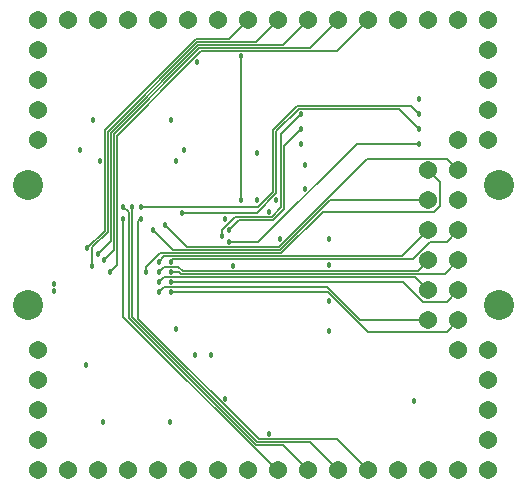
<source format=gbl>
%TF.GenerationSoftware,KiCad,Pcbnew,5.1.6-c6e7f7d~87~ubuntu18.04.1*%
%TF.CreationDate,2020-07-28T21:03:19-04:00*%
%TF.ProjectId,ta-expt,74612d65-7870-4742-9e6b-696361645f70,rev?*%
%TF.SameCoordinates,Original*%
%TF.FileFunction,Copper,L4,Bot*%
%TF.FilePolarity,Positive*%
%FSLAX46Y46*%
G04 Gerber Fmt 4.6, Leading zero omitted, Abs format (unit mm)*
G04 Created by KiCad (PCBNEW 5.1.6-c6e7f7d~87~ubuntu18.04.1) date 2020-07-28 21:03:19*
%MOMM*%
%LPD*%
G01*
G04 APERTURE LIST*
%TA.AperFunction,ComponentPad*%
%ADD10C,1.540000*%
%TD*%
%TA.AperFunction,ComponentPad*%
%ADD11C,2.540000*%
%TD*%
%TA.AperFunction,ViaPad*%
%ADD12C,0.457200*%
%TD*%
%TA.AperFunction,Conductor*%
%ADD13C,0.127000*%
%TD*%
G04 APERTURE END LIST*
D10*
%TO.P,J6,5*%
%TO.N,Net-(J6-Pad5)*%
X174050000Y-124510000D03*
%TO.P,J6,4*%
%TO.N,Net-(J6-Pad4)*%
X174050000Y-121970000D03*
%TO.P,J6,3*%
%TO.N,GND*%
X174050000Y-119430000D03*
%TO.P,J6,2*%
%TO.N,Net-(J6-Pad2)*%
X174050000Y-116890000D03*
%TO.P,J6,1*%
%TO.N,Net-(J6-Pad1)*%
X171510000Y-116890000D03*
%TD*%
%TO.P,J5,5*%
%TO.N,Net-(J5-Pad5)*%
X174050000Y-91490000D03*
%TO.P,J5,4*%
%TO.N,Net-(J5-Pad4)*%
X174050000Y-94030000D03*
%TO.P,J5,3*%
%TO.N,Net-(J5-Pad3)*%
X174050000Y-96570000D03*
%TO.P,J5,2*%
%TO.N,Net-(J5-Pad2)*%
X174050000Y-99110000D03*
%TO.P,J5,1*%
%TO.N,Net-(J5-Pad1)*%
X171510000Y-99110000D03*
%TD*%
%TO.P,J3,4*%
%TO.N,Net-(J3-Pad4)*%
X135950000Y-91490000D03*
%TO.P,J3,3*%
%TO.N,Net-(J3-Pad3)*%
X135950000Y-94030000D03*
%TO.P,J3,2*%
%TO.N,GND*%
X135950000Y-96570000D03*
%TO.P,J3,1*%
%TO.N,Net-(J3-Pad1)*%
X135950000Y-99110000D03*
%TD*%
%TO.P,J4,4*%
%TO.N,/SWCLK*%
X135950000Y-124510000D03*
%TO.P,J4,3*%
%TO.N,/SWDIO*%
X135950000Y-121970000D03*
%TO.P,J4,2*%
%TO.N,GND*%
X135950000Y-119430000D03*
%TO.P,J4,1*%
%TO.N,VDD*%
X135950000Y-116890000D03*
%TD*%
%TO.P,J1,16*%
%TO.N,Net-(J1-Pad16)*%
X174050000Y-88950000D03*
%TO.P,J1,15*%
%TO.N,Net-(J1-Pad15)*%
X171510000Y-88950000D03*
%TO.P,J1,14*%
%TO.N,Net-(J1-Pad14)*%
X168970000Y-88950000D03*
%TO.P,J1,13*%
%TO.N,Net-(J1-Pad13)*%
X166430000Y-88950000D03*
%TO.P,J1,12*%
%TO.N,/USART1_RTS*%
X163890000Y-88950000D03*
%TO.P,J1,11*%
%TO.N,/USART1_RX*%
X161350000Y-88950000D03*
%TO.P,J1,10*%
%TO.N,/USART1_TX*%
X158810000Y-88950000D03*
%TO.P,J1,9*%
%TO.N,/USART1_CTS*%
X156270000Y-88950000D03*
%TO.P,J1,8*%
%TO.N,/USART1_CK*%
X153730000Y-88950000D03*
%TO.P,J1,7*%
%TO.N,/RST*%
X151190000Y-88950000D03*
%TO.P,J1,6*%
%TO.N,Net-(J1-Pad6)*%
X148650000Y-88950000D03*
%TO.P,J1,5*%
%TO.N,Net-(J1-Pad5)*%
X146110000Y-88950000D03*
%TO.P,J1,4*%
%TO.N,Net-(J1-Pad4)*%
X143570000Y-88950000D03*
%TO.P,J1,3*%
%TO.N,GND*%
X141030000Y-88950000D03*
%TO.P,J1,2*%
%TO.N,Net-(J1-Pad2)*%
X138490000Y-88950000D03*
%TO.P,J1,1*%
%TO.N,Net-(J1-Pad1)*%
X135950000Y-88950000D03*
%TD*%
%TO.P,J2,16*%
%TO.N,Net-(J2-Pad16)*%
X174050000Y-127050000D03*
%TO.P,J2,15*%
%TO.N,Net-(J2-Pad15)*%
X171510000Y-127050000D03*
%TO.P,J2,14*%
%TO.N,Net-(J2-Pad14)*%
X168970000Y-127050000D03*
%TO.P,J2,13*%
%TO.N,Net-(J2-Pad13)*%
X166430000Y-127050000D03*
%TO.P,J2,12*%
%TO.N,/LPUART_RTS*%
X163890000Y-127050000D03*
%TO.P,J2,11*%
%TO.N,/LPUART_RX*%
X161350000Y-127050000D03*
%TO.P,J2,10*%
%TO.N,/LPUART_TX*%
X158810000Y-127050000D03*
%TO.P,J2,9*%
%TO.N,/LPUART_CTS*%
X156270000Y-127050000D03*
%TO.P,J2,8*%
%TO.N,/BOOT0*%
X153730000Y-127050000D03*
%TO.P,J2,7*%
%TO.N,Net-(J2-Pad7)*%
X151190000Y-127050000D03*
%TO.P,J2,6*%
%TO.N,Net-(J2-Pad6)*%
X148650000Y-127050000D03*
%TO.P,J2,5*%
%TO.N,Net-(J2-Pad5)*%
X146110000Y-127050000D03*
%TO.P,J2,4*%
%TO.N,Net-(J2-Pad4)*%
X143570000Y-127050000D03*
%TO.P,J2,3*%
%TO.N,Net-(J2-Pad3)*%
X141030000Y-127050000D03*
%TO.P,J2,2*%
%TO.N,Net-(J2-Pad2)*%
X138490000Y-127050000D03*
%TO.P,J2,1*%
%TO.N,Net-(J2-Pad1)*%
X135950000Y-127050000D03*
%TD*%
%TO.P,J8,12*%
%TO.N,/DCMI_VSYNC*%
X168970000Y-101650000D03*
%TO.P,J8,11*%
%TO.N,/DCMI_HSYNC*%
X171510000Y-101650000D03*
%TO.P,J8,10*%
%TO.N,/DCMI_PIXCLK*%
X168970000Y-104190000D03*
%TO.P,J8,9*%
%TO.N,Net-(J8-Pad9)*%
X171510000Y-104190000D03*
%TO.P,J8,8*%
%TO.N,/DCMI_D7*%
X168970000Y-106730000D03*
%TO.P,J8,7*%
%TO.N,/DCMI_D6*%
X171510000Y-106730000D03*
%TO.P,J8,6*%
%TO.N,/DCMI_D5*%
X168970000Y-109270000D03*
%TO.P,J8,5*%
%TO.N,/DCMI_D4*%
X171510000Y-109270000D03*
%TO.P,J8,4*%
%TO.N,/DCMI_D3*%
X168970000Y-111810000D03*
%TO.P,J8,3*%
%TO.N,/DCMI_D2*%
X171510000Y-111810000D03*
%TO.P,J8,2*%
%TO.N,/DCMI_D1*%
X168970000Y-114350000D03*
%TO.P,J8,1*%
%TO.N,/DCMI_D0*%
X171510000Y-114350000D03*
%TD*%
D11*
%TO.P,J7,4*%
%TO.N,GND*%
X174960000Y-113080000D03*
%TO.P,J7,3*%
X135040000Y-113080000D03*
%TO.P,J7,2*%
X174960000Y-102920000D03*
%TO.P,J7,1*%
X135040000Y-102920000D03*
%TD*%
D12*
%TO.N,GND*%
X151750000Y-105750000D03*
X147650000Y-100900000D03*
X141150000Y-100900000D03*
X137300000Y-111300000D03*
X147650000Y-115100000D03*
X150600000Y-117300000D03*
X140600000Y-97400000D03*
X147200000Y-97400000D03*
X160600000Y-109700000D03*
X160600000Y-112700000D03*
X160600000Y-115300000D03*
X160600000Y-107500000D03*
X149400000Y-92500000D03*
X158200000Y-99400000D03*
X155500000Y-105200000D03*
X158500000Y-101200000D03*
X158500000Y-103200000D03*
X154500000Y-100200000D03*
X154500000Y-104200000D03*
X156400000Y-107450000D03*
X152400000Y-109750000D03*
X167800000Y-121200000D03*
X151800000Y-121000000D03*
X141400000Y-122950000D03*
X147100000Y-122950000D03*
%TO.N,/VDD_FILT*%
X137300000Y-111900000D03*
X139500000Y-99900000D03*
X148300000Y-99900000D03*
X168200000Y-95600000D03*
X156100000Y-104200000D03*
X155500000Y-124000000D03*
X149200000Y-117300000D03*
X139950000Y-118150000D03*
%TO.N,/NRST*%
X153100000Y-92000000D03*
X153100000Y-104200000D03*
%TO.N,/DCMI_D7*%
X146150000Y-109400000D03*
%TO.N,/DCMI_D6*%
X147150000Y-109400000D03*
%TO.N,/DCMI_VSYNC*%
X145050000Y-110250000D03*
%TO.N,/DCMI_D5*%
X146150000Y-110250000D03*
%TO.N,/DCMI_D4*%
X147150000Y-110250000D03*
%TO.N,/USART1_RTS*%
X142000000Y-110250000D03*
%TO.N,/USART1_CTS*%
X140500000Y-109750000D03*
%TO.N,/USART1_RX*%
X141500000Y-109250000D03*
%TO.N,/USART1_TX*%
X141000000Y-108750000D03*
%TO.N,/USART1_CK*%
X140100000Y-108250000D03*
%TO.N,/DCMI_D3*%
X146150000Y-111100000D03*
%TO.N,/DCMI_D2*%
X147150000Y-111100000D03*
%TO.N,/DCMI_D1*%
X146150000Y-111950000D03*
%TO.N,/DCMI_D0*%
X147150000Y-111950000D03*
%TO.N,/LPUART_CTS*%
X143150000Y-105750000D03*
%TO.N,/LPUART_RTS*%
X144650000Y-105750000D03*
%TO.N,/LPUART_TX*%
X143150000Y-104750000D03*
%TO.N,/LPUART_RX*%
X143900000Y-104750000D03*
%TO.N,/QUADSPI_BK2_IO3*%
X144650000Y-104750000D03*
X168200000Y-96865000D03*
%TO.N,/DCMI_PIXCLK*%
X145650000Y-106750000D03*
%TO.N,/DCMI_HSYNC*%
X146650000Y-106250000D03*
%TO.N,/QUADSPI_CLK*%
X148150000Y-105250000D03*
X168200000Y-98135000D03*
%TO.N,/QUADSPI_BK2_IO2*%
X152100000Y-106750000D03*
X158200000Y-98135000D03*
%TO.N,/QUADSPI_BK2_IO1*%
X151500000Y-107250000D03*
X158200000Y-96865000D03*
%TO.N,/QUADSPI_BK2_IO0*%
X152100000Y-107750000D03*
X168200000Y-99405000D03*
%TD*%
D13*
%TO.N,/NRST*%
X153100000Y-92000000D02*
X153100000Y-104200000D01*
%TO.N,/DCMI_D7*%
X166768871Y-108931129D02*
X168970000Y-106730000D01*
X146618871Y-108931129D02*
X166768871Y-108931129D01*
X146150000Y-109400000D02*
X146618871Y-108931129D01*
%TO.N,/DCMI_D6*%
X170549499Y-107690501D02*
X171510000Y-106730000D01*
X169127957Y-107690501D02*
X170549499Y-107690501D01*
X167633318Y-109185140D02*
X169127957Y-107690501D01*
X147364860Y-109185140D02*
X167633318Y-109185140D01*
X147150000Y-109400000D02*
X147364860Y-109185140D01*
%TO.N,/DCMI_VSYNC*%
X169431041Y-105150501D02*
X160038217Y-105150501D01*
X169930501Y-102610501D02*
X169930501Y-104651041D01*
X160038217Y-105150501D02*
X156511598Y-108677120D01*
X169930501Y-104651041D02*
X169431041Y-105150501D01*
X168970000Y-101650000D02*
X169930501Y-102610501D01*
X146252610Y-108677120D02*
X156511598Y-108677120D01*
X145050000Y-109879730D02*
X146252610Y-108677120D01*
X145050000Y-110250000D02*
X145050000Y-109879730D01*
%TO.N,/DCMI_D5*%
X146580899Y-109819101D02*
X146150000Y-110250000D01*
X147819101Y-109819101D02*
X146580899Y-109819101D01*
X148169101Y-110169101D02*
X147819101Y-109819101D01*
X168070899Y-110169101D02*
X148169101Y-110169101D01*
X168970000Y-109270000D02*
X168070899Y-110169101D01*
%TO.N,/DCMI_D4*%
X148063887Y-110423111D02*
X170356889Y-110423111D01*
X147890776Y-110250000D02*
X148063887Y-110423111D01*
X170356889Y-110423111D02*
X171510000Y-109270000D01*
X147150000Y-110250000D02*
X147890776Y-110250000D01*
%TO.N,/USART1_RTS*%
X142585141Y-109664859D02*
X142000000Y-110250000D01*
X163890000Y-88950000D02*
X161259101Y-91580899D01*
X161259101Y-91580899D02*
X149698831Y-91580899D01*
X142585141Y-98714859D02*
X142585141Y-109664859D01*
X149698831Y-91580899D02*
X148980899Y-92298831D01*
X148980899Y-92298831D02*
X148980899Y-92319101D01*
X148980899Y-92319101D02*
X142585141Y-98714859D01*
%TO.N,/USART1_CTS*%
X141823111Y-106886113D02*
X141823111Y-98378947D01*
X140519101Y-108190123D02*
X141823111Y-106886113D01*
X140500000Y-109750000D02*
X140519101Y-109730899D01*
X140519101Y-109730899D02*
X140519101Y-108190123D01*
X154401129Y-90818871D02*
X149383187Y-90818871D01*
X149383187Y-90818871D02*
X141823111Y-98378947D01*
X156270000Y-88950000D02*
X154401129Y-90818871D01*
%TO.N,/USART1_RX*%
X142331131Y-108418869D02*
X141500000Y-109250000D01*
X142331131Y-98589375D02*
X142331131Y-108418869D01*
X149593616Y-91326890D02*
X142331131Y-98589375D01*
X158973111Y-91326889D02*
X149593616Y-91326890D01*
X161350000Y-88950000D02*
X158973111Y-91326889D01*
%TO.N,/USART1_TX*%
X142077121Y-98484161D02*
X142077121Y-107672879D01*
X142077121Y-107672879D02*
X141000000Y-108750000D01*
X149488401Y-91072881D02*
X142077121Y-98484161D01*
X156687119Y-91072881D02*
X149488401Y-91072881D01*
X158810000Y-88950000D02*
X156687119Y-91072881D01*
%TO.N,/USART1_CK*%
X141569101Y-106780899D02*
X140100000Y-108250000D01*
X141569101Y-98273733D02*
X141569101Y-106780899D01*
X149277973Y-90564861D02*
X141569101Y-98273733D01*
X153730000Y-88950000D02*
X152115139Y-90564861D01*
X152115139Y-90564861D02*
X149277973Y-90564861D01*
%TO.N,/DCMI_D3*%
X167840899Y-110680899D02*
X168970000Y-111810000D01*
X146569101Y-110680899D02*
X167840899Y-110680899D01*
X146150000Y-111100000D02*
X146569101Y-110680899D01*
%TO.N,/DCMI_D2*%
X170549499Y-112770501D02*
X171510000Y-111810000D01*
X168508959Y-112770501D02*
X170549499Y-112770501D01*
X166838458Y-111100000D02*
X168508959Y-112770501D01*
X147150000Y-111100000D02*
X166838458Y-111100000D01*
%TO.N,/DCMI_D1*%
X146150000Y-111950000D02*
X146569101Y-111530899D01*
X146569101Y-111530899D02*
X160410393Y-111530899D01*
X163229494Y-114350000D02*
X160410393Y-111530899D01*
X168970000Y-114350000D02*
X163229494Y-114350000D01*
%TO.N,/DCMI_D0*%
X170549499Y-115310501D02*
X171510000Y-114350000D01*
X160470270Y-111950000D02*
X163830771Y-115310501D01*
X163830771Y-115310501D02*
X170549499Y-115310501D01*
X147150000Y-111950000D02*
X160470270Y-111950000D01*
%TO.N,/LPUART_CTS*%
X156152058Y-127050000D02*
X156270000Y-127050000D01*
X143150000Y-114047942D02*
X156152058Y-127050000D01*
X143150000Y-105750000D02*
X143150000Y-114047942D01*
%TO.N,/LPUART_RTS*%
X161259101Y-124419101D02*
X163890000Y-127050000D01*
X144421401Y-114241671D02*
X154598831Y-124419101D01*
X144421401Y-105978599D02*
X144421401Y-114241671D01*
X154598831Y-124419101D02*
X161259101Y-124419101D01*
X144650000Y-105750000D02*
X144421401Y-105978599D01*
%TO.N,/LPUART_TX*%
X154388401Y-124927119D02*
X143600000Y-114138718D01*
X143600000Y-105200000D02*
X143150000Y-104750000D01*
X143600000Y-114138718D02*
X143600000Y-105200000D01*
X156687119Y-124927119D02*
X154388401Y-124927119D01*
X158810000Y-127050000D02*
X156687119Y-124927119D01*
%TO.N,/LPUART_RX*%
X143900000Y-114079494D02*
X143900000Y-104750000D01*
X158973110Y-124673110D02*
X154493616Y-124673110D01*
X154493616Y-124673110D02*
X143900000Y-114079494D01*
X161350000Y-127050000D02*
X158973110Y-124673110D01*
%TO.N,/QUADSPI_BK2_IO3*%
X144650000Y-104750000D02*
X154570506Y-104750000D01*
X154570506Y-104750000D02*
X155820506Y-103500000D01*
X155820506Y-103500000D02*
X155820505Y-98265001D01*
X155820505Y-98265001D02*
X157893617Y-96191889D01*
X157893617Y-96191889D02*
X167526889Y-96191889D01*
X167526889Y-96191889D02*
X168200000Y-96865000D01*
%TO.N,/DCMI_PIXCLK*%
X168970000Y-104190000D02*
X160639494Y-104190000D01*
X156406383Y-108423111D02*
X160639494Y-104190000D01*
X147323111Y-108423111D02*
X156406383Y-108423111D01*
X145650000Y-106750000D02*
X147323111Y-108423111D01*
%TO.N,/DCMI_HSYNC*%
X170549499Y-100689499D02*
X171510000Y-101650000D01*
X163780771Y-100689499D02*
X170549499Y-100689499D01*
X156301169Y-108169101D02*
X163780771Y-100689499D01*
X148569101Y-108169101D02*
X156301169Y-108169101D01*
X146650000Y-106250000D02*
X148569101Y-108169101D01*
%TO.N,/QUADSPI_CLK*%
X154429730Y-105250000D02*
X148150000Y-105250000D01*
X156074515Y-103605215D02*
X154429730Y-105250000D01*
X157998831Y-96445899D02*
X156074514Y-98370215D01*
X156074514Y-98370215D02*
X156074515Y-103605215D01*
X166510899Y-96445899D02*
X157998831Y-96445899D01*
X168200000Y-98135000D02*
X166510899Y-96445899D01*
%TO.N,/QUADSPI_BK2_IO2*%
X156773110Y-104906384D02*
X155806383Y-105873111D01*
X158200000Y-98135000D02*
X156773111Y-99561889D01*
X156773111Y-99561889D02*
X156773110Y-104906384D01*
X152976889Y-105873111D02*
X152100000Y-106750000D01*
X155806383Y-105873111D02*
X152976889Y-105873111D01*
%TO.N,/QUADSPI_BK2_IO1*%
X156519101Y-104801169D02*
X156519101Y-98545899D01*
X156519101Y-98545899D02*
X158200000Y-96865000D01*
X155701169Y-105619101D02*
X156519101Y-104801169D01*
X152610629Y-105619101D02*
X155701169Y-105619101D01*
X151500000Y-106729730D02*
X152610629Y-105619101D01*
X151500000Y-107250000D02*
X151500000Y-106729730D01*
%TO.N,/QUADSPI_BK2_IO0*%
X168200000Y-99405000D02*
X162915270Y-99405000D01*
X154570270Y-107750000D02*
X152100000Y-107750000D01*
X162915270Y-99405000D02*
X154570270Y-107750000D01*
%TD*%
M02*

</source>
